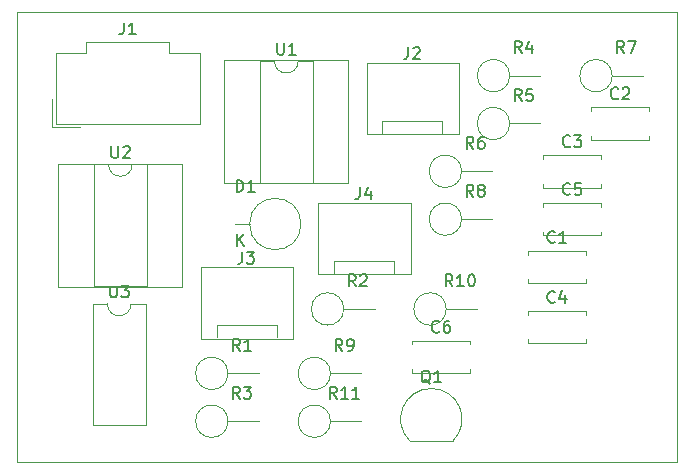
<source format=gbr>
G04 #@! TF.GenerationSoftware,KiCad,Pcbnew,(5.1.0)-1*
G04 #@! TF.CreationDate,2019-06-26T15:54:14-05:00*
G04 #@! TF.ProjectId,Audio Cassette Interface,41756469-6f20-4436-9173-736574746520,rev?*
G04 #@! TF.SameCoordinates,Original*
G04 #@! TF.FileFunction,Legend,Top*
G04 #@! TF.FilePolarity,Positive*
%FSLAX46Y46*%
G04 Gerber Fmt 4.6, Leading zero omitted, Abs format (unit mm)*
G04 Created by KiCad (PCBNEW (5.1.0)-1) date 2019-06-26 15:54:14*
%MOMM*%
%LPD*%
G04 APERTURE LIST*
%ADD10C,0.120000*%
%ADD11C,0.150000*%
G04 APERTURE END LIST*
D10*
X125730000Y-59690000D02*
X125730000Y-97790000D01*
X69850000Y-59690000D02*
X125730000Y-59690000D01*
X125730000Y-97790000D02*
X69850000Y-97790000D01*
X69850000Y-59690000D02*
X69850000Y-97790000D01*
X80730000Y-84400000D02*
X79480000Y-84400000D01*
X80730000Y-94680000D02*
X80730000Y-84400000D01*
X76230000Y-94680000D02*
X80730000Y-94680000D01*
X76230000Y-84400000D02*
X76230000Y-94680000D01*
X77480000Y-84400000D02*
X76230000Y-84400000D01*
X79480000Y-84400000D02*
G75*
G02X77480000Y-84400000I-1000000J0D01*
G01*
X83830000Y-72540000D02*
X73330000Y-72540000D01*
X83830000Y-82940000D02*
X83830000Y-72540000D01*
X73330000Y-82940000D02*
X83830000Y-82940000D01*
X73330000Y-72540000D02*
X73330000Y-82940000D01*
X80830000Y-72600000D02*
X79580000Y-72600000D01*
X80830000Y-82880000D02*
X80830000Y-72600000D01*
X76330000Y-82880000D02*
X80830000Y-82880000D01*
X76330000Y-72600000D02*
X76330000Y-82880000D01*
X77580000Y-72600000D02*
X76330000Y-72600000D01*
X79580000Y-72600000D02*
G75*
G02X77580000Y-72600000I-1000000J0D01*
G01*
X97880000Y-63790000D02*
X87380000Y-63790000D01*
X97880000Y-74190000D02*
X97880000Y-63790000D01*
X87380000Y-74190000D02*
X97880000Y-74190000D01*
X87380000Y-63790000D02*
X87380000Y-74190000D01*
X94880000Y-63850000D02*
X93630000Y-63850000D01*
X94880000Y-74130000D02*
X94880000Y-63850000D01*
X90380000Y-74130000D02*
X94880000Y-74130000D01*
X90380000Y-63850000D02*
X90380000Y-74130000D01*
X91630000Y-63850000D02*
X90380000Y-63850000D01*
X93630000Y-63850000D02*
G75*
G02X91630000Y-63850000I-1000000J0D01*
G01*
X96370000Y-94340000D02*
X98980000Y-94340000D01*
X96370000Y-94340000D02*
G75*
G03X96370000Y-94340000I-1370000J0D01*
G01*
X106170000Y-84830000D02*
X108780000Y-84830000D01*
X106170000Y-84830000D02*
G75*
G03X106170000Y-84830000I-1370000J0D01*
G01*
X96370000Y-90290000D02*
X98980000Y-90290000D01*
X96370000Y-90290000D02*
G75*
G03X96370000Y-90290000I-1370000J0D01*
G01*
X107470000Y-77230000D02*
X110080000Y-77230000D01*
X107470000Y-77230000D02*
G75*
G03X107470000Y-77230000I-1370000J0D01*
G01*
X120220000Y-65080000D02*
X122830000Y-65080000D01*
X120220000Y-65080000D02*
G75*
G03X120220000Y-65080000I-1370000J0D01*
G01*
X107470000Y-73180000D02*
X110080000Y-73180000D01*
X107470000Y-73180000D02*
G75*
G03X107470000Y-73180000I-1370000J0D01*
G01*
X111540000Y-69130000D02*
X114150000Y-69130000D01*
X111540000Y-69130000D02*
G75*
G03X111540000Y-69130000I-1370000J0D01*
G01*
X111540000Y-65080000D02*
X114150000Y-65080000D01*
X111540000Y-65080000D02*
G75*
G03X111540000Y-65080000I-1370000J0D01*
G01*
X87690000Y-94340000D02*
X90300000Y-94340000D01*
X87690000Y-94340000D02*
G75*
G03X87690000Y-94340000I-1370000J0D01*
G01*
X97490000Y-84830000D02*
X100100000Y-84830000D01*
X97490000Y-84830000D02*
G75*
G03X97490000Y-84830000I-1370000J0D01*
G01*
X87690000Y-90290000D02*
X90300000Y-90290000D01*
X87690000Y-90290000D02*
G75*
G03X87690000Y-90290000I-1370000J0D01*
G01*
X106748478Y-95998478D02*
G75*
G03X104910000Y-91560000I-1838478J1838478D01*
G01*
X103071522Y-95998478D02*
G75*
G02X104910000Y-91560000I1838478J1838478D01*
G01*
X103110000Y-96010000D02*
X106710000Y-96010000D01*
X101780000Y-80770000D02*
X101780000Y-81780000D01*
X96700000Y-80770000D02*
X101780000Y-80770000D01*
X96700000Y-81780000D02*
X96700000Y-80770000D01*
X103150000Y-81880000D02*
X95350000Y-81880000D01*
X103150000Y-75830000D02*
X103150000Y-81880000D01*
X95350000Y-75830000D02*
X103150000Y-75830000D01*
X95350000Y-81880000D02*
X95350000Y-75830000D01*
X91800000Y-86230000D02*
X91800000Y-87240000D01*
X86720000Y-86230000D02*
X91800000Y-86230000D01*
X86720000Y-87240000D02*
X86720000Y-86230000D01*
X93170000Y-87340000D02*
X85370000Y-87340000D01*
X93170000Y-81290000D02*
X93170000Y-87340000D01*
X85370000Y-81290000D02*
X93170000Y-81290000D01*
X85370000Y-87340000D02*
X85370000Y-81290000D01*
X105850000Y-68920000D02*
X105850000Y-69930000D01*
X100770000Y-68920000D02*
X105850000Y-68920000D01*
X100770000Y-69930000D02*
X100770000Y-68920000D01*
X107220000Y-70030000D02*
X99420000Y-70030000D01*
X107220000Y-63980000D02*
X107220000Y-70030000D01*
X99420000Y-63980000D02*
X107220000Y-63980000D01*
X99420000Y-70030000D02*
X99420000Y-63980000D01*
X72790000Y-69450000D02*
X75200000Y-69450000D01*
X72790000Y-67040000D02*
X72790000Y-69450000D01*
X85310000Y-69150000D02*
X79200000Y-69150000D01*
X85310000Y-63130000D02*
X85310000Y-69150000D01*
X82700000Y-63130000D02*
X85310000Y-63130000D01*
X82700000Y-62230000D02*
X82700000Y-63130000D01*
X79200000Y-62230000D02*
X82700000Y-62230000D01*
X73090000Y-69150000D02*
X79200000Y-69150000D01*
X73090000Y-63130000D02*
X73090000Y-69150000D01*
X75700000Y-63130000D02*
X73090000Y-63130000D01*
X75700000Y-62230000D02*
X75700000Y-63130000D01*
X79200000Y-62230000D02*
X75700000Y-62230000D01*
X89525101Y-77639899D02*
X88320000Y-77639899D01*
X93874899Y-77639899D02*
G75*
G03X93874899Y-77639899I-2174899J0D01*
G01*
X108200000Y-89935000D02*
X108200000Y-90250000D01*
X108200000Y-87510000D02*
X108200000Y-87825000D01*
X103260000Y-89935000D02*
X103260000Y-90250000D01*
X103260000Y-87510000D02*
X103260000Y-87825000D01*
X103260000Y-90250000D02*
X108200000Y-90250000D01*
X103260000Y-87510000D02*
X108200000Y-87510000D01*
X119300000Y-78285000D02*
X119300000Y-78600000D01*
X119300000Y-75860000D02*
X119300000Y-76175000D01*
X114360000Y-78285000D02*
X114360000Y-78600000D01*
X114360000Y-75860000D02*
X114360000Y-76175000D01*
X114360000Y-78600000D02*
X119300000Y-78600000D01*
X114360000Y-75860000D02*
X119300000Y-75860000D01*
X118000000Y-87415000D02*
X118000000Y-87730000D01*
X118000000Y-84990000D02*
X118000000Y-85305000D01*
X113060000Y-87415000D02*
X113060000Y-87730000D01*
X113060000Y-84990000D02*
X113060000Y-85305000D01*
X113060000Y-87730000D02*
X118000000Y-87730000D01*
X113060000Y-84990000D02*
X118000000Y-84990000D01*
X119300000Y-74235000D02*
X119300000Y-74550000D01*
X119300000Y-71810000D02*
X119300000Y-72125000D01*
X114360000Y-74235000D02*
X114360000Y-74550000D01*
X114360000Y-71810000D02*
X114360000Y-72125000D01*
X114360000Y-74550000D02*
X119300000Y-74550000D01*
X114360000Y-71810000D02*
X119300000Y-71810000D01*
X123370000Y-70185000D02*
X123370000Y-70500000D01*
X123370000Y-67760000D02*
X123370000Y-68075000D01*
X118430000Y-70185000D02*
X118430000Y-70500000D01*
X118430000Y-67760000D02*
X118430000Y-68075000D01*
X118430000Y-70500000D02*
X123370000Y-70500000D01*
X118430000Y-67760000D02*
X123370000Y-67760000D01*
X118000000Y-82335000D02*
X118000000Y-82650000D01*
X118000000Y-79910000D02*
X118000000Y-80225000D01*
X113060000Y-82335000D02*
X113060000Y-82650000D01*
X113060000Y-79910000D02*
X113060000Y-80225000D01*
X113060000Y-82650000D02*
X118000000Y-82650000D01*
X113060000Y-79910000D02*
X118000000Y-79910000D01*
D11*
X77718095Y-82852380D02*
X77718095Y-83661904D01*
X77765714Y-83757142D01*
X77813333Y-83804761D01*
X77908571Y-83852380D01*
X78099047Y-83852380D01*
X78194285Y-83804761D01*
X78241904Y-83757142D01*
X78289523Y-83661904D01*
X78289523Y-82852380D01*
X78670476Y-82852380D02*
X79289523Y-82852380D01*
X78956190Y-83233333D01*
X79099047Y-83233333D01*
X79194285Y-83280952D01*
X79241904Y-83328571D01*
X79289523Y-83423809D01*
X79289523Y-83661904D01*
X79241904Y-83757142D01*
X79194285Y-83804761D01*
X79099047Y-83852380D01*
X78813333Y-83852380D01*
X78718095Y-83804761D01*
X78670476Y-83757142D01*
X77818095Y-71052380D02*
X77818095Y-71861904D01*
X77865714Y-71957142D01*
X77913333Y-72004761D01*
X78008571Y-72052380D01*
X78199047Y-72052380D01*
X78294285Y-72004761D01*
X78341904Y-71957142D01*
X78389523Y-71861904D01*
X78389523Y-71052380D01*
X78818095Y-71147619D02*
X78865714Y-71100000D01*
X78960952Y-71052380D01*
X79199047Y-71052380D01*
X79294285Y-71100000D01*
X79341904Y-71147619D01*
X79389523Y-71242857D01*
X79389523Y-71338095D01*
X79341904Y-71480952D01*
X78770476Y-72052380D01*
X79389523Y-72052380D01*
X91868095Y-62302380D02*
X91868095Y-63111904D01*
X91915714Y-63207142D01*
X91963333Y-63254761D01*
X92058571Y-63302380D01*
X92249047Y-63302380D01*
X92344285Y-63254761D01*
X92391904Y-63207142D01*
X92439523Y-63111904D01*
X92439523Y-62302380D01*
X93439523Y-63302380D02*
X92868095Y-63302380D01*
X93153809Y-63302380D02*
X93153809Y-62302380D01*
X93058571Y-62445238D01*
X92963333Y-62540476D01*
X92868095Y-62588095D01*
X96897142Y-92422380D02*
X96563809Y-91946190D01*
X96325714Y-92422380D02*
X96325714Y-91422380D01*
X96706666Y-91422380D01*
X96801904Y-91470000D01*
X96849523Y-91517619D01*
X96897142Y-91612857D01*
X96897142Y-91755714D01*
X96849523Y-91850952D01*
X96801904Y-91898571D01*
X96706666Y-91946190D01*
X96325714Y-91946190D01*
X97849523Y-92422380D02*
X97278095Y-92422380D01*
X97563809Y-92422380D02*
X97563809Y-91422380D01*
X97468571Y-91565238D01*
X97373333Y-91660476D01*
X97278095Y-91708095D01*
X98801904Y-92422380D02*
X98230476Y-92422380D01*
X98516190Y-92422380D02*
X98516190Y-91422380D01*
X98420952Y-91565238D01*
X98325714Y-91660476D01*
X98230476Y-91708095D01*
X106697142Y-82912380D02*
X106363809Y-82436190D01*
X106125714Y-82912380D02*
X106125714Y-81912380D01*
X106506666Y-81912380D01*
X106601904Y-81960000D01*
X106649523Y-82007619D01*
X106697142Y-82102857D01*
X106697142Y-82245714D01*
X106649523Y-82340952D01*
X106601904Y-82388571D01*
X106506666Y-82436190D01*
X106125714Y-82436190D01*
X107649523Y-82912380D02*
X107078095Y-82912380D01*
X107363809Y-82912380D02*
X107363809Y-81912380D01*
X107268571Y-82055238D01*
X107173333Y-82150476D01*
X107078095Y-82198095D01*
X108268571Y-81912380D02*
X108363809Y-81912380D01*
X108459047Y-81960000D01*
X108506666Y-82007619D01*
X108554285Y-82102857D01*
X108601904Y-82293333D01*
X108601904Y-82531428D01*
X108554285Y-82721904D01*
X108506666Y-82817142D01*
X108459047Y-82864761D01*
X108363809Y-82912380D01*
X108268571Y-82912380D01*
X108173333Y-82864761D01*
X108125714Y-82817142D01*
X108078095Y-82721904D01*
X108030476Y-82531428D01*
X108030476Y-82293333D01*
X108078095Y-82102857D01*
X108125714Y-82007619D01*
X108173333Y-81960000D01*
X108268571Y-81912380D01*
X97373333Y-88372380D02*
X97040000Y-87896190D01*
X96801904Y-88372380D02*
X96801904Y-87372380D01*
X97182857Y-87372380D01*
X97278095Y-87420000D01*
X97325714Y-87467619D01*
X97373333Y-87562857D01*
X97373333Y-87705714D01*
X97325714Y-87800952D01*
X97278095Y-87848571D01*
X97182857Y-87896190D01*
X96801904Y-87896190D01*
X97849523Y-88372380D02*
X98040000Y-88372380D01*
X98135238Y-88324761D01*
X98182857Y-88277142D01*
X98278095Y-88134285D01*
X98325714Y-87943809D01*
X98325714Y-87562857D01*
X98278095Y-87467619D01*
X98230476Y-87420000D01*
X98135238Y-87372380D01*
X97944761Y-87372380D01*
X97849523Y-87420000D01*
X97801904Y-87467619D01*
X97754285Y-87562857D01*
X97754285Y-87800952D01*
X97801904Y-87896190D01*
X97849523Y-87943809D01*
X97944761Y-87991428D01*
X98135238Y-87991428D01*
X98230476Y-87943809D01*
X98278095Y-87896190D01*
X98325714Y-87800952D01*
X108473333Y-75312380D02*
X108140000Y-74836190D01*
X107901904Y-75312380D02*
X107901904Y-74312380D01*
X108282857Y-74312380D01*
X108378095Y-74360000D01*
X108425714Y-74407619D01*
X108473333Y-74502857D01*
X108473333Y-74645714D01*
X108425714Y-74740952D01*
X108378095Y-74788571D01*
X108282857Y-74836190D01*
X107901904Y-74836190D01*
X109044761Y-74740952D02*
X108949523Y-74693333D01*
X108901904Y-74645714D01*
X108854285Y-74550476D01*
X108854285Y-74502857D01*
X108901904Y-74407619D01*
X108949523Y-74360000D01*
X109044761Y-74312380D01*
X109235238Y-74312380D01*
X109330476Y-74360000D01*
X109378095Y-74407619D01*
X109425714Y-74502857D01*
X109425714Y-74550476D01*
X109378095Y-74645714D01*
X109330476Y-74693333D01*
X109235238Y-74740952D01*
X109044761Y-74740952D01*
X108949523Y-74788571D01*
X108901904Y-74836190D01*
X108854285Y-74931428D01*
X108854285Y-75121904D01*
X108901904Y-75217142D01*
X108949523Y-75264761D01*
X109044761Y-75312380D01*
X109235238Y-75312380D01*
X109330476Y-75264761D01*
X109378095Y-75217142D01*
X109425714Y-75121904D01*
X109425714Y-74931428D01*
X109378095Y-74836190D01*
X109330476Y-74788571D01*
X109235238Y-74740952D01*
X121223333Y-63162380D02*
X120890000Y-62686190D01*
X120651904Y-63162380D02*
X120651904Y-62162380D01*
X121032857Y-62162380D01*
X121128095Y-62210000D01*
X121175714Y-62257619D01*
X121223333Y-62352857D01*
X121223333Y-62495714D01*
X121175714Y-62590952D01*
X121128095Y-62638571D01*
X121032857Y-62686190D01*
X120651904Y-62686190D01*
X121556666Y-62162380D02*
X122223333Y-62162380D01*
X121794761Y-63162380D01*
X108473333Y-71262380D02*
X108140000Y-70786190D01*
X107901904Y-71262380D02*
X107901904Y-70262380D01*
X108282857Y-70262380D01*
X108378095Y-70310000D01*
X108425714Y-70357619D01*
X108473333Y-70452857D01*
X108473333Y-70595714D01*
X108425714Y-70690952D01*
X108378095Y-70738571D01*
X108282857Y-70786190D01*
X107901904Y-70786190D01*
X109330476Y-70262380D02*
X109140000Y-70262380D01*
X109044761Y-70310000D01*
X108997142Y-70357619D01*
X108901904Y-70500476D01*
X108854285Y-70690952D01*
X108854285Y-71071904D01*
X108901904Y-71167142D01*
X108949523Y-71214761D01*
X109044761Y-71262380D01*
X109235238Y-71262380D01*
X109330476Y-71214761D01*
X109378095Y-71167142D01*
X109425714Y-71071904D01*
X109425714Y-70833809D01*
X109378095Y-70738571D01*
X109330476Y-70690952D01*
X109235238Y-70643333D01*
X109044761Y-70643333D01*
X108949523Y-70690952D01*
X108901904Y-70738571D01*
X108854285Y-70833809D01*
X112543333Y-67212380D02*
X112210000Y-66736190D01*
X111971904Y-67212380D02*
X111971904Y-66212380D01*
X112352857Y-66212380D01*
X112448095Y-66260000D01*
X112495714Y-66307619D01*
X112543333Y-66402857D01*
X112543333Y-66545714D01*
X112495714Y-66640952D01*
X112448095Y-66688571D01*
X112352857Y-66736190D01*
X111971904Y-66736190D01*
X113448095Y-66212380D02*
X112971904Y-66212380D01*
X112924285Y-66688571D01*
X112971904Y-66640952D01*
X113067142Y-66593333D01*
X113305238Y-66593333D01*
X113400476Y-66640952D01*
X113448095Y-66688571D01*
X113495714Y-66783809D01*
X113495714Y-67021904D01*
X113448095Y-67117142D01*
X113400476Y-67164761D01*
X113305238Y-67212380D01*
X113067142Y-67212380D01*
X112971904Y-67164761D01*
X112924285Y-67117142D01*
X112543333Y-63162380D02*
X112210000Y-62686190D01*
X111971904Y-63162380D02*
X111971904Y-62162380D01*
X112352857Y-62162380D01*
X112448095Y-62210000D01*
X112495714Y-62257619D01*
X112543333Y-62352857D01*
X112543333Y-62495714D01*
X112495714Y-62590952D01*
X112448095Y-62638571D01*
X112352857Y-62686190D01*
X111971904Y-62686190D01*
X113400476Y-62495714D02*
X113400476Y-63162380D01*
X113162380Y-62114761D02*
X112924285Y-62829047D01*
X113543333Y-62829047D01*
X88693333Y-92422380D02*
X88360000Y-91946190D01*
X88121904Y-92422380D02*
X88121904Y-91422380D01*
X88502857Y-91422380D01*
X88598095Y-91470000D01*
X88645714Y-91517619D01*
X88693333Y-91612857D01*
X88693333Y-91755714D01*
X88645714Y-91850952D01*
X88598095Y-91898571D01*
X88502857Y-91946190D01*
X88121904Y-91946190D01*
X89026666Y-91422380D02*
X89645714Y-91422380D01*
X89312380Y-91803333D01*
X89455238Y-91803333D01*
X89550476Y-91850952D01*
X89598095Y-91898571D01*
X89645714Y-91993809D01*
X89645714Y-92231904D01*
X89598095Y-92327142D01*
X89550476Y-92374761D01*
X89455238Y-92422380D01*
X89169523Y-92422380D01*
X89074285Y-92374761D01*
X89026666Y-92327142D01*
X98493333Y-82912380D02*
X98160000Y-82436190D01*
X97921904Y-82912380D02*
X97921904Y-81912380D01*
X98302857Y-81912380D01*
X98398095Y-81960000D01*
X98445714Y-82007619D01*
X98493333Y-82102857D01*
X98493333Y-82245714D01*
X98445714Y-82340952D01*
X98398095Y-82388571D01*
X98302857Y-82436190D01*
X97921904Y-82436190D01*
X98874285Y-82007619D02*
X98921904Y-81960000D01*
X99017142Y-81912380D01*
X99255238Y-81912380D01*
X99350476Y-81960000D01*
X99398095Y-82007619D01*
X99445714Y-82102857D01*
X99445714Y-82198095D01*
X99398095Y-82340952D01*
X98826666Y-82912380D01*
X99445714Y-82912380D01*
X88693333Y-88372380D02*
X88360000Y-87896190D01*
X88121904Y-88372380D02*
X88121904Y-87372380D01*
X88502857Y-87372380D01*
X88598095Y-87420000D01*
X88645714Y-87467619D01*
X88693333Y-87562857D01*
X88693333Y-87705714D01*
X88645714Y-87800952D01*
X88598095Y-87848571D01*
X88502857Y-87896190D01*
X88121904Y-87896190D01*
X89645714Y-88372380D02*
X89074285Y-88372380D01*
X89360000Y-88372380D02*
X89360000Y-87372380D01*
X89264761Y-87515238D01*
X89169523Y-87610476D01*
X89074285Y-87658095D01*
X104814761Y-91147619D02*
X104719523Y-91100000D01*
X104624285Y-91004761D01*
X104481428Y-90861904D01*
X104386190Y-90814285D01*
X104290952Y-90814285D01*
X104338571Y-91052380D02*
X104243333Y-91004761D01*
X104148095Y-90909523D01*
X104100476Y-90719047D01*
X104100476Y-90385714D01*
X104148095Y-90195238D01*
X104243333Y-90100000D01*
X104338571Y-90052380D01*
X104529047Y-90052380D01*
X104624285Y-90100000D01*
X104719523Y-90195238D01*
X104767142Y-90385714D01*
X104767142Y-90719047D01*
X104719523Y-90909523D01*
X104624285Y-91004761D01*
X104529047Y-91052380D01*
X104338571Y-91052380D01*
X105719523Y-91052380D02*
X105148095Y-91052380D01*
X105433809Y-91052380D02*
X105433809Y-90052380D01*
X105338571Y-90195238D01*
X105243333Y-90290476D01*
X105148095Y-90338095D01*
X98866666Y-74532380D02*
X98866666Y-75246666D01*
X98819047Y-75389523D01*
X98723809Y-75484761D01*
X98580952Y-75532380D01*
X98485714Y-75532380D01*
X99771428Y-74865714D02*
X99771428Y-75532380D01*
X99533333Y-74484761D02*
X99295238Y-75199047D01*
X99914285Y-75199047D01*
X88886666Y-79992380D02*
X88886666Y-80706666D01*
X88839047Y-80849523D01*
X88743809Y-80944761D01*
X88600952Y-80992380D01*
X88505714Y-80992380D01*
X89267619Y-79992380D02*
X89886666Y-79992380D01*
X89553333Y-80373333D01*
X89696190Y-80373333D01*
X89791428Y-80420952D01*
X89839047Y-80468571D01*
X89886666Y-80563809D01*
X89886666Y-80801904D01*
X89839047Y-80897142D01*
X89791428Y-80944761D01*
X89696190Y-80992380D01*
X89410476Y-80992380D01*
X89315238Y-80944761D01*
X89267619Y-80897142D01*
X102936666Y-62682380D02*
X102936666Y-63396666D01*
X102889047Y-63539523D01*
X102793809Y-63634761D01*
X102650952Y-63682380D01*
X102555714Y-63682380D01*
X103365238Y-62777619D02*
X103412857Y-62730000D01*
X103508095Y-62682380D01*
X103746190Y-62682380D01*
X103841428Y-62730000D01*
X103889047Y-62777619D01*
X103936666Y-62872857D01*
X103936666Y-62968095D01*
X103889047Y-63110952D01*
X103317619Y-63682380D01*
X103936666Y-63682380D01*
X78866666Y-60592380D02*
X78866666Y-61306666D01*
X78819047Y-61449523D01*
X78723809Y-61544761D01*
X78580952Y-61592380D01*
X78485714Y-61592380D01*
X79866666Y-61592380D02*
X79295238Y-61592380D01*
X79580952Y-61592380D02*
X79580952Y-60592380D01*
X79485714Y-60735238D01*
X79390476Y-60830476D01*
X79295238Y-60878095D01*
X88421904Y-74917380D02*
X88421904Y-73917380D01*
X88660000Y-73917380D01*
X88802857Y-73965000D01*
X88898095Y-74060238D01*
X88945714Y-74155476D01*
X88993333Y-74345952D01*
X88993333Y-74488809D01*
X88945714Y-74679285D01*
X88898095Y-74774523D01*
X88802857Y-74869761D01*
X88660000Y-74917380D01*
X88421904Y-74917380D01*
X89945714Y-74917380D02*
X89374285Y-74917380D01*
X89660000Y-74917380D02*
X89660000Y-73917380D01*
X89564761Y-74060238D01*
X89469523Y-74155476D01*
X89374285Y-74203095D01*
X88458095Y-79492279D02*
X88458095Y-78492279D01*
X89029523Y-79492279D02*
X88600952Y-78920851D01*
X89029523Y-78492279D02*
X88458095Y-79063708D01*
X105563333Y-86737142D02*
X105515714Y-86784761D01*
X105372857Y-86832380D01*
X105277619Y-86832380D01*
X105134761Y-86784761D01*
X105039523Y-86689523D01*
X104991904Y-86594285D01*
X104944285Y-86403809D01*
X104944285Y-86260952D01*
X104991904Y-86070476D01*
X105039523Y-85975238D01*
X105134761Y-85880000D01*
X105277619Y-85832380D01*
X105372857Y-85832380D01*
X105515714Y-85880000D01*
X105563333Y-85927619D01*
X106420476Y-85832380D02*
X106230000Y-85832380D01*
X106134761Y-85880000D01*
X106087142Y-85927619D01*
X105991904Y-86070476D01*
X105944285Y-86260952D01*
X105944285Y-86641904D01*
X105991904Y-86737142D01*
X106039523Y-86784761D01*
X106134761Y-86832380D01*
X106325238Y-86832380D01*
X106420476Y-86784761D01*
X106468095Y-86737142D01*
X106515714Y-86641904D01*
X106515714Y-86403809D01*
X106468095Y-86308571D01*
X106420476Y-86260952D01*
X106325238Y-86213333D01*
X106134761Y-86213333D01*
X106039523Y-86260952D01*
X105991904Y-86308571D01*
X105944285Y-86403809D01*
X116663333Y-75087142D02*
X116615714Y-75134761D01*
X116472857Y-75182380D01*
X116377619Y-75182380D01*
X116234761Y-75134761D01*
X116139523Y-75039523D01*
X116091904Y-74944285D01*
X116044285Y-74753809D01*
X116044285Y-74610952D01*
X116091904Y-74420476D01*
X116139523Y-74325238D01*
X116234761Y-74230000D01*
X116377619Y-74182380D01*
X116472857Y-74182380D01*
X116615714Y-74230000D01*
X116663333Y-74277619D01*
X117568095Y-74182380D02*
X117091904Y-74182380D01*
X117044285Y-74658571D01*
X117091904Y-74610952D01*
X117187142Y-74563333D01*
X117425238Y-74563333D01*
X117520476Y-74610952D01*
X117568095Y-74658571D01*
X117615714Y-74753809D01*
X117615714Y-74991904D01*
X117568095Y-75087142D01*
X117520476Y-75134761D01*
X117425238Y-75182380D01*
X117187142Y-75182380D01*
X117091904Y-75134761D01*
X117044285Y-75087142D01*
X115363333Y-84217142D02*
X115315714Y-84264761D01*
X115172857Y-84312380D01*
X115077619Y-84312380D01*
X114934761Y-84264761D01*
X114839523Y-84169523D01*
X114791904Y-84074285D01*
X114744285Y-83883809D01*
X114744285Y-83740952D01*
X114791904Y-83550476D01*
X114839523Y-83455238D01*
X114934761Y-83360000D01*
X115077619Y-83312380D01*
X115172857Y-83312380D01*
X115315714Y-83360000D01*
X115363333Y-83407619D01*
X116220476Y-83645714D02*
X116220476Y-84312380D01*
X115982380Y-83264761D02*
X115744285Y-83979047D01*
X116363333Y-83979047D01*
X116663333Y-71037142D02*
X116615714Y-71084761D01*
X116472857Y-71132380D01*
X116377619Y-71132380D01*
X116234761Y-71084761D01*
X116139523Y-70989523D01*
X116091904Y-70894285D01*
X116044285Y-70703809D01*
X116044285Y-70560952D01*
X116091904Y-70370476D01*
X116139523Y-70275238D01*
X116234761Y-70180000D01*
X116377619Y-70132380D01*
X116472857Y-70132380D01*
X116615714Y-70180000D01*
X116663333Y-70227619D01*
X116996666Y-70132380D02*
X117615714Y-70132380D01*
X117282380Y-70513333D01*
X117425238Y-70513333D01*
X117520476Y-70560952D01*
X117568095Y-70608571D01*
X117615714Y-70703809D01*
X117615714Y-70941904D01*
X117568095Y-71037142D01*
X117520476Y-71084761D01*
X117425238Y-71132380D01*
X117139523Y-71132380D01*
X117044285Y-71084761D01*
X116996666Y-71037142D01*
X120733333Y-66987142D02*
X120685714Y-67034761D01*
X120542857Y-67082380D01*
X120447619Y-67082380D01*
X120304761Y-67034761D01*
X120209523Y-66939523D01*
X120161904Y-66844285D01*
X120114285Y-66653809D01*
X120114285Y-66510952D01*
X120161904Y-66320476D01*
X120209523Y-66225238D01*
X120304761Y-66130000D01*
X120447619Y-66082380D01*
X120542857Y-66082380D01*
X120685714Y-66130000D01*
X120733333Y-66177619D01*
X121114285Y-66177619D02*
X121161904Y-66130000D01*
X121257142Y-66082380D01*
X121495238Y-66082380D01*
X121590476Y-66130000D01*
X121638095Y-66177619D01*
X121685714Y-66272857D01*
X121685714Y-66368095D01*
X121638095Y-66510952D01*
X121066666Y-67082380D01*
X121685714Y-67082380D01*
X115363333Y-79137142D02*
X115315714Y-79184761D01*
X115172857Y-79232380D01*
X115077619Y-79232380D01*
X114934761Y-79184761D01*
X114839523Y-79089523D01*
X114791904Y-78994285D01*
X114744285Y-78803809D01*
X114744285Y-78660952D01*
X114791904Y-78470476D01*
X114839523Y-78375238D01*
X114934761Y-78280000D01*
X115077619Y-78232380D01*
X115172857Y-78232380D01*
X115315714Y-78280000D01*
X115363333Y-78327619D01*
X116315714Y-79232380D02*
X115744285Y-79232380D01*
X116030000Y-79232380D02*
X116030000Y-78232380D01*
X115934761Y-78375238D01*
X115839523Y-78470476D01*
X115744285Y-78518095D01*
M02*

</source>
